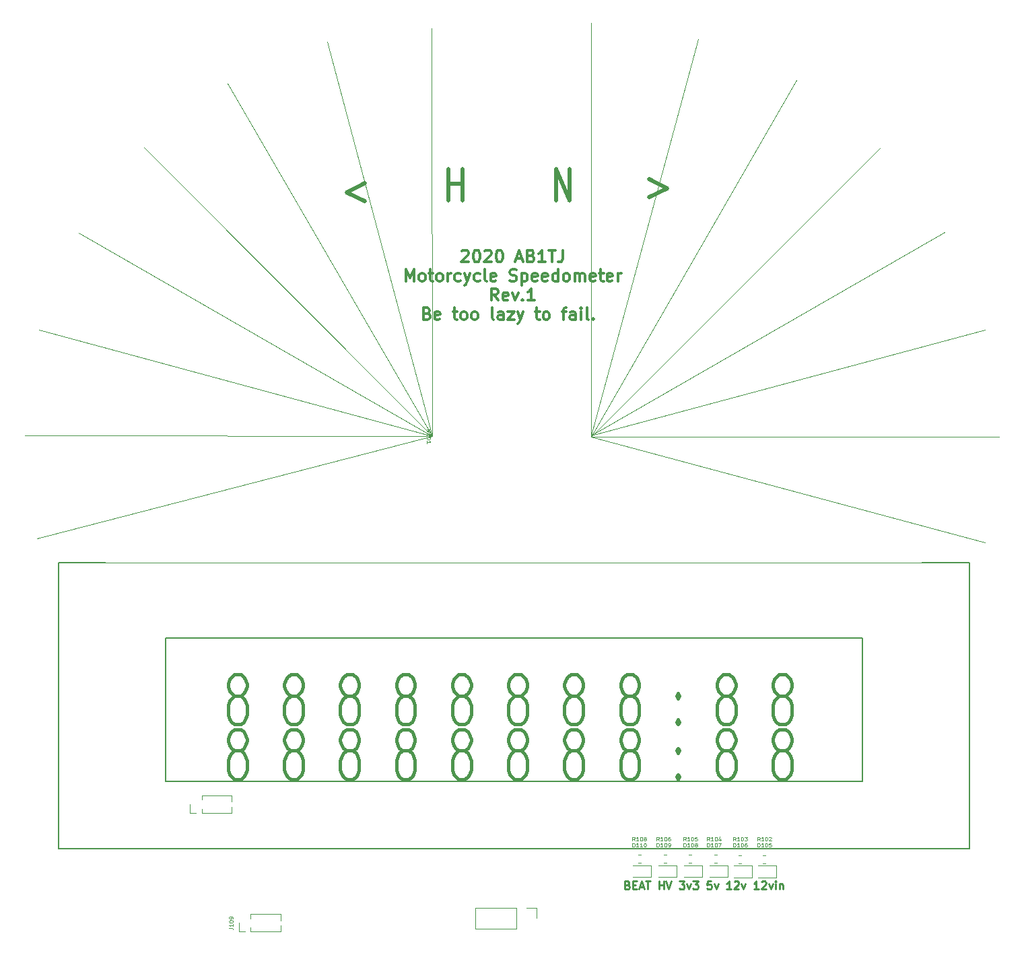
<source format=gto>
G04 #@! TF.GenerationSoftware,KiCad,Pcbnew,(5.99.0-3329-ga80190e20)*
G04 #@! TF.CreationDate,2020-09-20T16:31:59-04:00*
G04 #@! TF.ProjectId,MotorcycleSpeedo,4d6f746f-7263-4796-936c-655370656564,rev?*
G04 #@! TF.SameCoordinates,Original*
G04 #@! TF.FileFunction,Legend,Top*
G04 #@! TF.FilePolarity,Positive*
%FSLAX46Y46*%
G04 Gerber Fmt 4.6, Leading zero omitted, Abs format (unit mm)*
G04 Created by KiCad (PCBNEW (5.99.0-3329-ga80190e20)) date 2020-09-20 16:31:59*
%MOMM*%
%LPD*%
G01*
G04 APERTURE LIST*
%ADD10C,0.120000*%
%ADD11C,0.250000*%
%ADD12C,0.300000*%
%ADD13C,0.080000*%
%ADD14C,0.500000*%
%ADD15C,0.420000*%
%ADD16C,0.150000*%
G04 APERTURE END LIST*
D10*
X203850000Y-113373641D02*
X154110000Y-126280000D01*
X223860000Y-113430000D02*
X260260000Y-77030000D01*
X223860000Y-113330000D02*
X237260000Y-63430000D01*
X203850000Y-113373641D02*
X159360000Y-87780000D01*
X223860000Y-113330000D02*
X268260000Y-87730000D01*
X203850000Y-113373641D02*
X203792083Y-62059193D01*
X203850000Y-113378640D02*
X178110000Y-69030000D01*
X203850000Y-113378640D02*
X152610000Y-113280000D01*
X203850000Y-113378640D02*
X167610000Y-77030000D01*
X223860000Y-113430000D02*
X275160000Y-113430000D01*
X203850000Y-113373641D02*
X190610000Y-63780000D01*
X223860000Y-113430000D02*
X223860000Y-61430000D01*
X223860000Y-113430000D02*
X249660000Y-68630000D01*
X223860000Y-113330000D02*
X273360000Y-100030000D01*
X223860000Y-113430000D02*
X273360000Y-126730000D01*
X223860000Y-61430000D02*
X223860000Y-113430000D01*
X203850000Y-113373641D02*
X154360000Y-100030000D01*
D11*
X228402761Y-169854571D02*
X228545619Y-169902190D01*
X228593238Y-169949809D01*
X228640857Y-170045047D01*
X228640857Y-170187904D01*
X228593238Y-170283142D01*
X228545619Y-170330761D01*
X228450380Y-170378380D01*
X228069428Y-170378380D01*
X228069428Y-169378380D01*
X228402761Y-169378380D01*
X228498000Y-169426000D01*
X228545619Y-169473619D01*
X228593238Y-169568857D01*
X228593238Y-169664095D01*
X228545619Y-169759333D01*
X228498000Y-169806952D01*
X228402761Y-169854571D01*
X228069428Y-169854571D01*
X229069428Y-169854571D02*
X229402761Y-169854571D01*
X229545619Y-170378380D02*
X229069428Y-170378380D01*
X229069428Y-169378380D01*
X229545619Y-169378380D01*
X229926571Y-170092666D02*
X230402761Y-170092666D01*
X229831333Y-170378380D02*
X230164666Y-169378380D01*
X230498000Y-170378380D01*
X230688476Y-169378380D02*
X231259904Y-169378380D01*
X230974190Y-170378380D02*
X230974190Y-169378380D01*
X232355142Y-170378380D02*
X232355142Y-169378380D01*
X232355142Y-169854571D02*
X232926571Y-169854571D01*
X232926571Y-170378380D02*
X232926571Y-169378380D01*
X233259904Y-169378380D02*
X233593238Y-170378380D01*
X233926571Y-169378380D01*
X234926571Y-169378380D02*
X235545619Y-169378380D01*
X235212285Y-169759333D01*
X235355142Y-169759333D01*
X235450380Y-169806952D01*
X235498000Y-169854571D01*
X235545619Y-169949809D01*
X235545619Y-170187904D01*
X235498000Y-170283142D01*
X235450380Y-170330761D01*
X235355142Y-170378380D01*
X235069428Y-170378380D01*
X234974190Y-170330761D01*
X234926571Y-170283142D01*
X235878952Y-169711714D02*
X236117047Y-170378380D01*
X236355142Y-169711714D01*
X236640857Y-169378380D02*
X237259904Y-169378380D01*
X236926571Y-169759333D01*
X237069428Y-169759333D01*
X237164666Y-169806952D01*
X237212285Y-169854571D01*
X237259904Y-169949809D01*
X237259904Y-170187904D01*
X237212285Y-170283142D01*
X237164666Y-170330761D01*
X237069428Y-170378380D01*
X236783714Y-170378380D01*
X236688476Y-170330761D01*
X236640857Y-170283142D01*
X238926571Y-169378380D02*
X238450380Y-169378380D01*
X238402761Y-169854571D01*
X238450380Y-169806952D01*
X238545619Y-169759333D01*
X238783714Y-169759333D01*
X238878952Y-169806952D01*
X238926571Y-169854571D01*
X238974190Y-169949809D01*
X238974190Y-170187904D01*
X238926571Y-170283142D01*
X238878952Y-170330761D01*
X238783714Y-170378380D01*
X238545619Y-170378380D01*
X238450380Y-170330761D01*
X238402761Y-170283142D01*
X239307523Y-169711714D02*
X239545619Y-170378380D01*
X239783714Y-169711714D01*
X241450380Y-170378380D02*
X240878952Y-170378380D01*
X241164666Y-170378380D02*
X241164666Y-169378380D01*
X241069428Y-169521238D01*
X240974190Y-169616476D01*
X240878952Y-169664095D01*
X241831333Y-169473619D02*
X241878952Y-169426000D01*
X241974190Y-169378380D01*
X242212285Y-169378380D01*
X242307523Y-169426000D01*
X242355142Y-169473619D01*
X242402761Y-169568857D01*
X242402761Y-169664095D01*
X242355142Y-169806952D01*
X241783714Y-170378380D01*
X242402761Y-170378380D01*
X242736095Y-169711714D02*
X242974190Y-170378380D01*
X243212285Y-169711714D01*
X244878952Y-170378380D02*
X244307523Y-170378380D01*
X244593238Y-170378380D02*
X244593238Y-169378380D01*
X244498000Y-169521238D01*
X244402761Y-169616476D01*
X244307523Y-169664095D01*
X245259904Y-169473619D02*
X245307523Y-169426000D01*
X245402761Y-169378380D01*
X245640857Y-169378380D01*
X245736095Y-169426000D01*
X245783714Y-169473619D01*
X245831333Y-169568857D01*
X245831333Y-169664095D01*
X245783714Y-169806952D01*
X245212285Y-170378380D01*
X245831333Y-170378380D01*
X246164666Y-169711714D02*
X246402761Y-170378380D01*
X246640857Y-169711714D01*
X247021809Y-170378380D02*
X247021809Y-169711714D01*
X247021809Y-169378380D02*
X246974190Y-169426000D01*
X247021809Y-169473619D01*
X247069428Y-169426000D01*
X247021809Y-169378380D01*
X247021809Y-169473619D01*
X247498000Y-169711714D02*
X247498000Y-170378380D01*
X247498000Y-169806952D02*
X247545619Y-169759333D01*
X247640857Y-169711714D01*
X247783714Y-169711714D01*
X247878952Y-169759333D01*
X247926571Y-169854571D01*
X247926571Y-170378380D01*
D12*
X207567142Y-90128928D02*
X207638571Y-90057500D01*
X207781428Y-89986071D01*
X208138571Y-89986071D01*
X208281428Y-90057500D01*
X208352857Y-90128928D01*
X208424285Y-90271785D01*
X208424285Y-90414642D01*
X208352857Y-90628928D01*
X207495714Y-91486071D01*
X208424285Y-91486071D01*
X209352857Y-89986071D02*
X209495714Y-89986071D01*
X209638571Y-90057500D01*
X209710000Y-90128928D01*
X209781428Y-90271785D01*
X209852857Y-90557500D01*
X209852857Y-90914642D01*
X209781428Y-91200357D01*
X209710000Y-91343214D01*
X209638571Y-91414642D01*
X209495714Y-91486071D01*
X209352857Y-91486071D01*
X209210000Y-91414642D01*
X209138571Y-91343214D01*
X209067142Y-91200357D01*
X208995714Y-90914642D01*
X208995714Y-90557500D01*
X209067142Y-90271785D01*
X209138571Y-90128928D01*
X209210000Y-90057500D01*
X209352857Y-89986071D01*
X210424285Y-90128928D02*
X210495714Y-90057500D01*
X210638571Y-89986071D01*
X210995714Y-89986071D01*
X211138571Y-90057500D01*
X211210000Y-90128928D01*
X211281428Y-90271785D01*
X211281428Y-90414642D01*
X211210000Y-90628928D01*
X210352857Y-91486071D01*
X211281428Y-91486071D01*
X212210000Y-89986071D02*
X212352857Y-89986071D01*
X212495714Y-90057500D01*
X212567142Y-90128928D01*
X212638571Y-90271785D01*
X212710000Y-90557500D01*
X212710000Y-90914642D01*
X212638571Y-91200357D01*
X212567142Y-91343214D01*
X212495714Y-91414642D01*
X212352857Y-91486071D01*
X212210000Y-91486071D01*
X212067142Y-91414642D01*
X211995714Y-91343214D01*
X211924285Y-91200357D01*
X211852857Y-90914642D01*
X211852857Y-90557500D01*
X211924285Y-90271785D01*
X211995714Y-90128928D01*
X212067142Y-90057500D01*
X212210000Y-89986071D01*
X214424285Y-91057500D02*
X215138571Y-91057500D01*
X214281428Y-91486071D02*
X214781428Y-89986071D01*
X215281428Y-91486071D01*
X216281428Y-90700357D02*
X216495714Y-90771785D01*
X216567142Y-90843214D01*
X216638571Y-90986071D01*
X216638571Y-91200357D01*
X216567142Y-91343214D01*
X216495714Y-91414642D01*
X216352857Y-91486071D01*
X215781428Y-91486071D01*
X215781428Y-89986071D01*
X216281428Y-89986071D01*
X216424285Y-90057500D01*
X216495714Y-90128928D01*
X216567142Y-90271785D01*
X216567142Y-90414642D01*
X216495714Y-90557500D01*
X216424285Y-90628928D01*
X216281428Y-90700357D01*
X215781428Y-90700357D01*
X218067142Y-91486071D02*
X217210000Y-91486071D01*
X217638571Y-91486071D02*
X217638571Y-89986071D01*
X217495714Y-90200357D01*
X217352857Y-90343214D01*
X217210000Y-90414642D01*
X218495714Y-89986071D02*
X219352857Y-89986071D01*
X218924285Y-91486071D02*
X218924285Y-89986071D01*
X220281428Y-89986071D02*
X220281428Y-91057500D01*
X220210000Y-91271785D01*
X220067142Y-91414642D01*
X219852857Y-91486071D01*
X219710000Y-91486071D01*
X200531428Y-93901071D02*
X200531428Y-92401071D01*
X201031428Y-93472500D01*
X201531428Y-92401071D01*
X201531428Y-93901071D01*
X202460000Y-93901071D02*
X202317142Y-93829642D01*
X202245714Y-93758214D01*
X202174285Y-93615357D01*
X202174285Y-93186785D01*
X202245714Y-93043928D01*
X202317142Y-92972500D01*
X202460000Y-92901071D01*
X202674285Y-92901071D01*
X202817142Y-92972500D01*
X202888571Y-93043928D01*
X202960000Y-93186785D01*
X202960000Y-93615357D01*
X202888571Y-93758214D01*
X202817142Y-93829642D01*
X202674285Y-93901071D01*
X202460000Y-93901071D01*
X203388571Y-92901071D02*
X203960000Y-92901071D01*
X203602857Y-92401071D02*
X203602857Y-93686785D01*
X203674285Y-93829642D01*
X203817142Y-93901071D01*
X203960000Y-93901071D01*
X204674285Y-93901071D02*
X204531428Y-93829642D01*
X204460000Y-93758214D01*
X204388571Y-93615357D01*
X204388571Y-93186785D01*
X204460000Y-93043928D01*
X204531428Y-92972500D01*
X204674285Y-92901071D01*
X204888571Y-92901071D01*
X205031428Y-92972500D01*
X205102857Y-93043928D01*
X205174285Y-93186785D01*
X205174285Y-93615357D01*
X205102857Y-93758214D01*
X205031428Y-93829642D01*
X204888571Y-93901071D01*
X204674285Y-93901071D01*
X205817142Y-93901071D02*
X205817142Y-92901071D01*
X205817142Y-93186785D02*
X205888571Y-93043928D01*
X205960000Y-92972500D01*
X206102857Y-92901071D01*
X206245714Y-92901071D01*
X207388571Y-93829642D02*
X207245714Y-93901071D01*
X206960000Y-93901071D01*
X206817142Y-93829642D01*
X206745714Y-93758214D01*
X206674285Y-93615357D01*
X206674285Y-93186785D01*
X206745714Y-93043928D01*
X206817142Y-92972500D01*
X206960000Y-92901071D01*
X207245714Y-92901071D01*
X207388571Y-92972500D01*
X207888571Y-92901071D02*
X208245714Y-93901071D01*
X208602857Y-92901071D02*
X208245714Y-93901071D01*
X208102857Y-94258214D01*
X208031428Y-94329642D01*
X207888571Y-94401071D01*
X209817142Y-93829642D02*
X209674285Y-93901071D01*
X209388571Y-93901071D01*
X209245714Y-93829642D01*
X209174285Y-93758214D01*
X209102857Y-93615357D01*
X209102857Y-93186785D01*
X209174285Y-93043928D01*
X209245714Y-92972500D01*
X209388571Y-92901071D01*
X209674285Y-92901071D01*
X209817142Y-92972500D01*
X210674285Y-93901071D02*
X210531428Y-93829642D01*
X210460000Y-93686785D01*
X210460000Y-92401071D01*
X211817142Y-93829642D02*
X211674285Y-93901071D01*
X211388571Y-93901071D01*
X211245714Y-93829642D01*
X211174285Y-93686785D01*
X211174285Y-93115357D01*
X211245714Y-92972500D01*
X211388571Y-92901071D01*
X211674285Y-92901071D01*
X211817142Y-92972500D01*
X211888571Y-93115357D01*
X211888571Y-93258214D01*
X211174285Y-93401071D01*
X213602857Y-93829642D02*
X213817142Y-93901071D01*
X214174285Y-93901071D01*
X214317142Y-93829642D01*
X214388571Y-93758214D01*
X214460000Y-93615357D01*
X214460000Y-93472500D01*
X214388571Y-93329642D01*
X214317142Y-93258214D01*
X214174285Y-93186785D01*
X213888571Y-93115357D01*
X213745714Y-93043928D01*
X213674285Y-92972500D01*
X213602857Y-92829642D01*
X213602857Y-92686785D01*
X213674285Y-92543928D01*
X213745714Y-92472500D01*
X213888571Y-92401071D01*
X214245714Y-92401071D01*
X214460000Y-92472500D01*
X215102857Y-92901071D02*
X215102857Y-94401071D01*
X215102857Y-92972500D02*
X215245714Y-92901071D01*
X215531428Y-92901071D01*
X215674285Y-92972500D01*
X215745714Y-93043928D01*
X215817142Y-93186785D01*
X215817142Y-93615357D01*
X215745714Y-93758214D01*
X215674285Y-93829642D01*
X215531428Y-93901071D01*
X215245714Y-93901071D01*
X215102857Y-93829642D01*
X217031428Y-93829642D02*
X216888571Y-93901071D01*
X216602857Y-93901071D01*
X216460000Y-93829642D01*
X216388571Y-93686785D01*
X216388571Y-93115357D01*
X216460000Y-92972500D01*
X216602857Y-92901071D01*
X216888571Y-92901071D01*
X217031428Y-92972500D01*
X217102857Y-93115357D01*
X217102857Y-93258214D01*
X216388571Y-93401071D01*
X218317142Y-93829642D02*
X218174285Y-93901071D01*
X217888571Y-93901071D01*
X217745714Y-93829642D01*
X217674285Y-93686785D01*
X217674285Y-93115357D01*
X217745714Y-92972500D01*
X217888571Y-92901071D01*
X218174285Y-92901071D01*
X218317142Y-92972500D01*
X218388571Y-93115357D01*
X218388571Y-93258214D01*
X217674285Y-93401071D01*
X219674285Y-93901071D02*
X219674285Y-92401071D01*
X219674285Y-93829642D02*
X219531428Y-93901071D01*
X219245714Y-93901071D01*
X219102857Y-93829642D01*
X219031428Y-93758214D01*
X218960000Y-93615357D01*
X218960000Y-93186785D01*
X219031428Y-93043928D01*
X219102857Y-92972500D01*
X219245714Y-92901071D01*
X219531428Y-92901071D01*
X219674285Y-92972500D01*
X220602857Y-93901071D02*
X220460000Y-93829642D01*
X220388571Y-93758214D01*
X220317142Y-93615357D01*
X220317142Y-93186785D01*
X220388571Y-93043928D01*
X220460000Y-92972500D01*
X220602857Y-92901071D01*
X220817142Y-92901071D01*
X220960000Y-92972500D01*
X221031428Y-93043928D01*
X221102857Y-93186785D01*
X221102857Y-93615357D01*
X221031428Y-93758214D01*
X220960000Y-93829642D01*
X220817142Y-93901071D01*
X220602857Y-93901071D01*
X221745714Y-93901071D02*
X221745714Y-92901071D01*
X221745714Y-93043928D02*
X221817142Y-92972500D01*
X221960000Y-92901071D01*
X222174285Y-92901071D01*
X222317142Y-92972500D01*
X222388571Y-93115357D01*
X222388571Y-93901071D01*
X222388571Y-93115357D02*
X222460000Y-92972500D01*
X222602857Y-92901071D01*
X222817142Y-92901071D01*
X222960000Y-92972500D01*
X223031428Y-93115357D01*
X223031428Y-93901071D01*
X224317142Y-93829642D02*
X224174285Y-93901071D01*
X223888571Y-93901071D01*
X223745714Y-93829642D01*
X223674285Y-93686785D01*
X223674285Y-93115357D01*
X223745714Y-92972500D01*
X223888571Y-92901071D01*
X224174285Y-92901071D01*
X224317142Y-92972500D01*
X224388571Y-93115357D01*
X224388571Y-93258214D01*
X223674285Y-93401071D01*
X224817142Y-92901071D02*
X225388571Y-92901071D01*
X225031428Y-92401071D02*
X225031428Y-93686785D01*
X225102857Y-93829642D01*
X225245714Y-93901071D01*
X225388571Y-93901071D01*
X226460000Y-93829642D02*
X226317142Y-93901071D01*
X226031428Y-93901071D01*
X225888571Y-93829642D01*
X225817142Y-93686785D01*
X225817142Y-93115357D01*
X225888571Y-92972500D01*
X226031428Y-92901071D01*
X226317142Y-92901071D01*
X226460000Y-92972500D01*
X226531428Y-93115357D01*
X226531428Y-93258214D01*
X225817142Y-93401071D01*
X227174285Y-93901071D02*
X227174285Y-92901071D01*
X227174285Y-93186785D02*
X227245714Y-93043928D01*
X227317142Y-92972500D01*
X227460000Y-92901071D01*
X227602857Y-92901071D01*
X212138571Y-96316071D02*
X211638571Y-95601785D01*
X211281428Y-96316071D02*
X211281428Y-94816071D01*
X211852857Y-94816071D01*
X211995714Y-94887500D01*
X212067142Y-94958928D01*
X212138571Y-95101785D01*
X212138571Y-95316071D01*
X212067142Y-95458928D01*
X211995714Y-95530357D01*
X211852857Y-95601785D01*
X211281428Y-95601785D01*
X213352857Y-96244642D02*
X213210000Y-96316071D01*
X212924285Y-96316071D01*
X212781428Y-96244642D01*
X212710000Y-96101785D01*
X212710000Y-95530357D01*
X212781428Y-95387500D01*
X212924285Y-95316071D01*
X213210000Y-95316071D01*
X213352857Y-95387500D01*
X213424285Y-95530357D01*
X213424285Y-95673214D01*
X212710000Y-95816071D01*
X213924285Y-95316071D02*
X214281428Y-96316071D01*
X214638571Y-95316071D01*
X215210000Y-96173214D02*
X215281428Y-96244642D01*
X215210000Y-96316071D01*
X215138571Y-96244642D01*
X215210000Y-96173214D01*
X215210000Y-96316071D01*
X216710000Y-96316071D02*
X215852857Y-96316071D01*
X216281428Y-96316071D02*
X216281428Y-94816071D01*
X216138571Y-95030357D01*
X215995714Y-95173214D01*
X215852857Y-95244642D01*
X203210000Y-97945357D02*
X203424285Y-98016785D01*
X203495714Y-98088214D01*
X203567142Y-98231071D01*
X203567142Y-98445357D01*
X203495714Y-98588214D01*
X203424285Y-98659642D01*
X203281428Y-98731071D01*
X202710000Y-98731071D01*
X202710000Y-97231071D01*
X203210000Y-97231071D01*
X203352857Y-97302500D01*
X203424285Y-97373928D01*
X203495714Y-97516785D01*
X203495714Y-97659642D01*
X203424285Y-97802500D01*
X203352857Y-97873928D01*
X203210000Y-97945357D01*
X202710000Y-97945357D01*
X204781428Y-98659642D02*
X204638571Y-98731071D01*
X204352857Y-98731071D01*
X204210000Y-98659642D01*
X204138571Y-98516785D01*
X204138571Y-97945357D01*
X204210000Y-97802500D01*
X204352857Y-97731071D01*
X204638571Y-97731071D01*
X204781428Y-97802500D01*
X204852857Y-97945357D01*
X204852857Y-98088214D01*
X204138571Y-98231071D01*
X206424285Y-97731071D02*
X206995714Y-97731071D01*
X206638571Y-97231071D02*
X206638571Y-98516785D01*
X206710000Y-98659642D01*
X206852857Y-98731071D01*
X206995714Y-98731071D01*
X207710000Y-98731071D02*
X207567142Y-98659642D01*
X207495714Y-98588214D01*
X207424285Y-98445357D01*
X207424285Y-98016785D01*
X207495714Y-97873928D01*
X207567142Y-97802500D01*
X207710000Y-97731071D01*
X207924285Y-97731071D01*
X208067142Y-97802500D01*
X208138571Y-97873928D01*
X208210000Y-98016785D01*
X208210000Y-98445357D01*
X208138571Y-98588214D01*
X208067142Y-98659642D01*
X207924285Y-98731071D01*
X207710000Y-98731071D01*
X209067142Y-98731071D02*
X208924285Y-98659642D01*
X208852857Y-98588214D01*
X208781428Y-98445357D01*
X208781428Y-98016785D01*
X208852857Y-97873928D01*
X208924285Y-97802500D01*
X209067142Y-97731071D01*
X209281428Y-97731071D01*
X209424285Y-97802500D01*
X209495714Y-97873928D01*
X209567142Y-98016785D01*
X209567142Y-98445357D01*
X209495714Y-98588214D01*
X209424285Y-98659642D01*
X209281428Y-98731071D01*
X209067142Y-98731071D01*
X211567142Y-98731071D02*
X211424285Y-98659642D01*
X211352857Y-98516785D01*
X211352857Y-97231071D01*
X212781428Y-98731071D02*
X212781428Y-97945357D01*
X212710000Y-97802500D01*
X212567142Y-97731071D01*
X212281428Y-97731071D01*
X212138571Y-97802500D01*
X212781428Y-98659642D02*
X212638571Y-98731071D01*
X212281428Y-98731071D01*
X212138571Y-98659642D01*
X212067142Y-98516785D01*
X212067142Y-98373928D01*
X212138571Y-98231071D01*
X212281428Y-98159642D01*
X212638571Y-98159642D01*
X212781428Y-98088214D01*
X213352857Y-97731071D02*
X214138571Y-97731071D01*
X213352857Y-98731071D01*
X214138571Y-98731071D01*
X214567142Y-97731071D02*
X214924285Y-98731071D01*
X215281428Y-97731071D02*
X214924285Y-98731071D01*
X214781428Y-99088214D01*
X214710000Y-99159642D01*
X214567142Y-99231071D01*
X216781428Y-97731071D02*
X217352857Y-97731071D01*
X216995714Y-97231071D02*
X216995714Y-98516785D01*
X217067142Y-98659642D01*
X217210000Y-98731071D01*
X217352857Y-98731071D01*
X218067142Y-98731071D02*
X217924285Y-98659642D01*
X217852857Y-98588214D01*
X217781428Y-98445357D01*
X217781428Y-98016785D01*
X217852857Y-97873928D01*
X217924285Y-97802500D01*
X218067142Y-97731071D01*
X218281428Y-97731071D01*
X218424285Y-97802500D01*
X218495714Y-97873928D01*
X218567142Y-98016785D01*
X218567142Y-98445357D01*
X218495714Y-98588214D01*
X218424285Y-98659642D01*
X218281428Y-98731071D01*
X218067142Y-98731071D01*
X220138571Y-97731071D02*
X220710000Y-97731071D01*
X220352857Y-98731071D02*
X220352857Y-97445357D01*
X220424285Y-97302500D01*
X220567142Y-97231071D01*
X220710000Y-97231071D01*
X221852857Y-98731071D02*
X221852857Y-97945357D01*
X221781428Y-97802500D01*
X221638571Y-97731071D01*
X221352857Y-97731071D01*
X221210000Y-97802500D01*
X221852857Y-98659642D02*
X221710000Y-98731071D01*
X221352857Y-98731071D01*
X221210000Y-98659642D01*
X221138571Y-98516785D01*
X221138571Y-98373928D01*
X221210000Y-98231071D01*
X221352857Y-98159642D01*
X221710000Y-98159642D01*
X221852857Y-98088214D01*
X222567142Y-98731071D02*
X222567142Y-97731071D01*
X222567142Y-97231071D02*
X222495714Y-97302500D01*
X222567142Y-97373928D01*
X222638571Y-97302500D01*
X222567142Y-97231071D01*
X222567142Y-97373928D01*
X223495714Y-98731071D02*
X223352857Y-98659642D01*
X223281428Y-98516785D01*
X223281428Y-97231071D01*
X224067142Y-98588214D02*
X224138571Y-98659642D01*
X224067142Y-98731071D01*
X223995714Y-98659642D01*
X224067142Y-98588214D01*
X224067142Y-98731071D01*
D13*
X178291190Y-175272857D02*
X178648333Y-175272857D01*
X178719761Y-175296666D01*
X178767380Y-175344285D01*
X178791190Y-175415714D01*
X178791190Y-175463333D01*
X178791190Y-174772857D02*
X178791190Y-175058571D01*
X178791190Y-174915714D02*
X178291190Y-174915714D01*
X178362619Y-174963333D01*
X178410238Y-175010952D01*
X178434047Y-175058571D01*
X178291190Y-174463333D02*
X178291190Y-174415714D01*
X178315000Y-174368095D01*
X178338809Y-174344285D01*
X178386428Y-174320476D01*
X178481666Y-174296666D01*
X178600714Y-174296666D01*
X178695952Y-174320476D01*
X178743571Y-174344285D01*
X178767380Y-174368095D01*
X178791190Y-174415714D01*
X178791190Y-174463333D01*
X178767380Y-174510952D01*
X178743571Y-174534761D01*
X178695952Y-174558571D01*
X178600714Y-174582380D01*
X178481666Y-174582380D01*
X178386428Y-174558571D01*
X178338809Y-174534761D01*
X178315000Y-174510952D01*
X178291190Y-174463333D01*
X178791190Y-174058571D02*
X178791190Y-173963333D01*
X178767380Y-173915714D01*
X178743571Y-173891904D01*
X178672142Y-173844285D01*
X178576904Y-173820476D01*
X178386428Y-173820476D01*
X178338809Y-173844285D01*
X178315000Y-173868095D01*
X178291190Y-173915714D01*
X178291190Y-174010952D01*
X178315000Y-174058571D01*
X178338809Y-174082380D01*
X178386428Y-174106190D01*
X178505476Y-174106190D01*
X178553095Y-174082380D01*
X178576904Y-174058571D01*
X178600714Y-174010952D01*
X178600714Y-173915714D01*
X178576904Y-173868095D01*
X178553095Y-173844285D01*
X178505476Y-173820476D01*
D14*
X205902857Y-83739523D02*
X205902857Y-79739523D01*
X205902857Y-81644285D02*
X207617142Y-81644285D01*
X207617142Y-83739523D02*
X207617142Y-79739523D01*
X195402857Y-81572857D02*
X193117142Y-82715714D01*
X195402857Y-83858571D01*
X231117142Y-81072857D02*
X233402857Y-82215714D01*
X231117142Y-83358571D01*
D13*
X203123809Y-112497687D02*
X203623809Y-112497687D01*
X203266666Y-112664354D01*
X203623809Y-112831020D01*
X203123809Y-112831020D01*
X203123809Y-113331020D02*
X203123809Y-113045306D01*
X203123809Y-113188163D02*
X203623809Y-113188163D01*
X203552380Y-113140544D01*
X203504761Y-113092925D01*
X203480952Y-113045306D01*
X203623809Y-113640544D02*
X203623809Y-113688163D01*
X203600000Y-113735782D01*
X203576190Y-113759592D01*
X203528571Y-113783401D01*
X203433333Y-113807211D01*
X203314285Y-113807211D01*
X203219047Y-113783401D01*
X203171428Y-113759592D01*
X203147619Y-113735782D01*
X203123809Y-113688163D01*
X203123809Y-113640544D01*
X203147619Y-113592925D01*
X203171428Y-113569116D01*
X203219047Y-113545306D01*
X203314285Y-113521497D01*
X203433333Y-113521497D01*
X203528571Y-113545306D01*
X203576190Y-113569116D01*
X203600000Y-113592925D01*
X203623809Y-113640544D01*
X203123809Y-114283401D02*
X203123809Y-113997687D01*
X203123809Y-114140544D02*
X203623809Y-114140544D01*
X203552380Y-114092925D01*
X203504761Y-114045306D01*
X203480952Y-113997687D01*
D14*
X219402857Y-83739523D02*
X219402857Y-79739523D01*
X221117142Y-83739523D01*
X221117142Y-79739523D01*
D13*
X241716761Y-165072190D02*
X241716761Y-164572190D01*
X241835809Y-164572190D01*
X241907238Y-164596000D01*
X241954857Y-164643619D01*
X241978666Y-164691238D01*
X242002476Y-164786476D01*
X242002476Y-164857904D01*
X241978666Y-164953142D01*
X241954857Y-165000761D01*
X241907238Y-165048380D01*
X241835809Y-165072190D01*
X241716761Y-165072190D01*
X242478666Y-165072190D02*
X242192952Y-165072190D01*
X242335809Y-165072190D02*
X242335809Y-164572190D01*
X242288190Y-164643619D01*
X242240571Y-164691238D01*
X242192952Y-164715047D01*
X242788190Y-164572190D02*
X242835809Y-164572190D01*
X242883428Y-164596000D01*
X242907238Y-164619809D01*
X242931047Y-164667428D01*
X242954857Y-164762666D01*
X242954857Y-164881714D01*
X242931047Y-164976952D01*
X242907238Y-165024571D01*
X242883428Y-165048380D01*
X242835809Y-165072190D01*
X242788190Y-165072190D01*
X242740571Y-165048380D01*
X242716761Y-165024571D01*
X242692952Y-164976952D01*
X242669142Y-164881714D01*
X242669142Y-164762666D01*
X242692952Y-164667428D01*
X242716761Y-164619809D01*
X242740571Y-164596000D01*
X242788190Y-164572190D01*
X243383428Y-164572190D02*
X243288190Y-164572190D01*
X243240571Y-164596000D01*
X243216761Y-164619809D01*
X243169142Y-164691238D01*
X243145333Y-164786476D01*
X243145333Y-164976952D01*
X243169142Y-165024571D01*
X243192952Y-165048380D01*
X243240571Y-165072190D01*
X243335809Y-165072190D01*
X243383428Y-165048380D01*
X243407238Y-165024571D01*
X243431047Y-164976952D01*
X243431047Y-164857904D01*
X243407238Y-164810285D01*
X243383428Y-164786476D01*
X243335809Y-164762666D01*
X243240571Y-164762666D01*
X243192952Y-164786476D01*
X243169142Y-164810285D01*
X243145333Y-164857904D01*
X232358476Y-164310190D02*
X232191809Y-164072095D01*
X232072761Y-164310190D02*
X232072761Y-163810190D01*
X232263238Y-163810190D01*
X232310857Y-163834000D01*
X232334666Y-163857809D01*
X232358476Y-163905428D01*
X232358476Y-163976857D01*
X232334666Y-164024476D01*
X232310857Y-164048285D01*
X232263238Y-164072095D01*
X232072761Y-164072095D01*
X232834666Y-164310190D02*
X232548952Y-164310190D01*
X232691809Y-164310190D02*
X232691809Y-163810190D01*
X232644190Y-163881619D01*
X232596571Y-163929238D01*
X232548952Y-163953047D01*
X233144190Y-163810190D02*
X233191809Y-163810190D01*
X233239428Y-163834000D01*
X233263238Y-163857809D01*
X233287047Y-163905428D01*
X233310857Y-164000666D01*
X233310857Y-164119714D01*
X233287047Y-164214952D01*
X233263238Y-164262571D01*
X233239428Y-164286380D01*
X233191809Y-164310190D01*
X233144190Y-164310190D01*
X233096571Y-164286380D01*
X233072761Y-164262571D01*
X233048952Y-164214952D01*
X233025142Y-164119714D01*
X233025142Y-164000666D01*
X233048952Y-163905428D01*
X233072761Y-163857809D01*
X233096571Y-163834000D01*
X233144190Y-163810190D01*
X233739428Y-163810190D02*
X233644190Y-163810190D01*
X233596571Y-163834000D01*
X233572761Y-163857809D01*
X233525142Y-163929238D01*
X233501333Y-164024476D01*
X233501333Y-164214952D01*
X233525142Y-164262571D01*
X233548952Y-164286380D01*
X233596571Y-164310190D01*
X233691809Y-164310190D01*
X233739428Y-164286380D01*
X233763238Y-164262571D01*
X233787047Y-164214952D01*
X233787047Y-164095904D01*
X233763238Y-164048285D01*
X233739428Y-164024476D01*
X233691809Y-164000666D01*
X233596571Y-164000666D01*
X233548952Y-164024476D01*
X233525142Y-164048285D01*
X233501333Y-164095904D01*
D15*
X178972571Y-146062380D02*
X178581142Y-145763333D01*
X178385428Y-145464285D01*
X178189714Y-144866190D01*
X178189714Y-144567142D01*
X178385428Y-143969047D01*
X178581142Y-143670000D01*
X178972571Y-143370952D01*
X179755428Y-143370952D01*
X180146857Y-143670000D01*
X180342571Y-143969047D01*
X180538285Y-144567142D01*
X180538285Y-144866190D01*
X180342571Y-145464285D01*
X180146857Y-145763333D01*
X179755428Y-146062380D01*
X178972571Y-146062380D01*
X178581142Y-146361428D01*
X178385428Y-146660476D01*
X178189714Y-147258571D01*
X178189714Y-148454761D01*
X178385428Y-149052857D01*
X178581142Y-149351904D01*
X178972571Y-149650952D01*
X179755428Y-149650952D01*
X180146857Y-149351904D01*
X180342571Y-149052857D01*
X180538285Y-148454761D01*
X180538285Y-147258571D01*
X180342571Y-146660476D01*
X180146857Y-146361428D01*
X179755428Y-146062380D01*
X186018285Y-146062380D02*
X185626857Y-145763333D01*
X185431142Y-145464285D01*
X185235428Y-144866190D01*
X185235428Y-144567142D01*
X185431142Y-143969047D01*
X185626857Y-143670000D01*
X186018285Y-143370952D01*
X186801142Y-143370952D01*
X187192571Y-143670000D01*
X187388285Y-143969047D01*
X187584000Y-144567142D01*
X187584000Y-144866190D01*
X187388285Y-145464285D01*
X187192571Y-145763333D01*
X186801142Y-146062380D01*
X186018285Y-146062380D01*
X185626857Y-146361428D01*
X185431142Y-146660476D01*
X185235428Y-147258571D01*
X185235428Y-148454761D01*
X185431142Y-149052857D01*
X185626857Y-149351904D01*
X186018285Y-149650952D01*
X186801142Y-149650952D01*
X187192571Y-149351904D01*
X187388285Y-149052857D01*
X187584000Y-148454761D01*
X187584000Y-147258571D01*
X187388285Y-146660476D01*
X187192571Y-146361428D01*
X186801142Y-146062380D01*
X193064000Y-146062380D02*
X192672571Y-145763333D01*
X192476857Y-145464285D01*
X192281142Y-144866190D01*
X192281142Y-144567142D01*
X192476857Y-143969047D01*
X192672571Y-143670000D01*
X193064000Y-143370952D01*
X193846857Y-143370952D01*
X194238285Y-143670000D01*
X194434000Y-143969047D01*
X194629714Y-144567142D01*
X194629714Y-144866190D01*
X194434000Y-145464285D01*
X194238285Y-145763333D01*
X193846857Y-146062380D01*
X193064000Y-146062380D01*
X192672571Y-146361428D01*
X192476857Y-146660476D01*
X192281142Y-147258571D01*
X192281142Y-148454761D01*
X192476857Y-149052857D01*
X192672571Y-149351904D01*
X193064000Y-149650952D01*
X193846857Y-149650952D01*
X194238285Y-149351904D01*
X194434000Y-149052857D01*
X194629714Y-148454761D01*
X194629714Y-147258571D01*
X194434000Y-146660476D01*
X194238285Y-146361428D01*
X193846857Y-146062380D01*
X200109714Y-146062380D02*
X199718285Y-145763333D01*
X199522571Y-145464285D01*
X199326857Y-144866190D01*
X199326857Y-144567142D01*
X199522571Y-143969047D01*
X199718285Y-143670000D01*
X200109714Y-143370952D01*
X200892571Y-143370952D01*
X201284000Y-143670000D01*
X201479714Y-143969047D01*
X201675428Y-144567142D01*
X201675428Y-144866190D01*
X201479714Y-145464285D01*
X201284000Y-145763333D01*
X200892571Y-146062380D01*
X200109714Y-146062380D01*
X199718285Y-146361428D01*
X199522571Y-146660476D01*
X199326857Y-147258571D01*
X199326857Y-148454761D01*
X199522571Y-149052857D01*
X199718285Y-149351904D01*
X200109714Y-149650952D01*
X200892571Y-149650952D01*
X201284000Y-149351904D01*
X201479714Y-149052857D01*
X201675428Y-148454761D01*
X201675428Y-147258571D01*
X201479714Y-146660476D01*
X201284000Y-146361428D01*
X200892571Y-146062380D01*
X207155428Y-146062380D02*
X206764000Y-145763333D01*
X206568285Y-145464285D01*
X206372571Y-144866190D01*
X206372571Y-144567142D01*
X206568285Y-143969047D01*
X206764000Y-143670000D01*
X207155428Y-143370952D01*
X207938285Y-143370952D01*
X208329714Y-143670000D01*
X208525428Y-143969047D01*
X208721142Y-144567142D01*
X208721142Y-144866190D01*
X208525428Y-145464285D01*
X208329714Y-145763333D01*
X207938285Y-146062380D01*
X207155428Y-146062380D01*
X206764000Y-146361428D01*
X206568285Y-146660476D01*
X206372571Y-147258571D01*
X206372571Y-148454761D01*
X206568285Y-149052857D01*
X206764000Y-149351904D01*
X207155428Y-149650952D01*
X207938285Y-149650952D01*
X208329714Y-149351904D01*
X208525428Y-149052857D01*
X208721142Y-148454761D01*
X208721142Y-147258571D01*
X208525428Y-146660476D01*
X208329714Y-146361428D01*
X207938285Y-146062380D01*
X214201142Y-146062380D02*
X213809714Y-145763333D01*
X213614000Y-145464285D01*
X213418285Y-144866190D01*
X213418285Y-144567142D01*
X213614000Y-143969047D01*
X213809714Y-143670000D01*
X214201142Y-143370952D01*
X214984000Y-143370952D01*
X215375428Y-143670000D01*
X215571142Y-143969047D01*
X215766857Y-144567142D01*
X215766857Y-144866190D01*
X215571142Y-145464285D01*
X215375428Y-145763333D01*
X214984000Y-146062380D01*
X214201142Y-146062380D01*
X213809714Y-146361428D01*
X213614000Y-146660476D01*
X213418285Y-147258571D01*
X213418285Y-148454761D01*
X213614000Y-149052857D01*
X213809714Y-149351904D01*
X214201142Y-149650952D01*
X214984000Y-149650952D01*
X215375428Y-149351904D01*
X215571142Y-149052857D01*
X215766857Y-148454761D01*
X215766857Y-147258571D01*
X215571142Y-146660476D01*
X215375428Y-146361428D01*
X214984000Y-146062380D01*
X221246857Y-146062380D02*
X220855428Y-145763333D01*
X220659714Y-145464285D01*
X220464000Y-144866190D01*
X220464000Y-144567142D01*
X220659714Y-143969047D01*
X220855428Y-143670000D01*
X221246857Y-143370952D01*
X222029714Y-143370952D01*
X222421142Y-143670000D01*
X222616857Y-143969047D01*
X222812571Y-144567142D01*
X222812571Y-144866190D01*
X222616857Y-145464285D01*
X222421142Y-145763333D01*
X222029714Y-146062380D01*
X221246857Y-146062380D01*
X220855428Y-146361428D01*
X220659714Y-146660476D01*
X220464000Y-147258571D01*
X220464000Y-148454761D01*
X220659714Y-149052857D01*
X220855428Y-149351904D01*
X221246857Y-149650952D01*
X222029714Y-149650952D01*
X222421142Y-149351904D01*
X222616857Y-149052857D01*
X222812571Y-148454761D01*
X222812571Y-147258571D01*
X222616857Y-146660476D01*
X222421142Y-146361428D01*
X222029714Y-146062380D01*
X228292571Y-146062380D02*
X227901142Y-145763333D01*
X227705428Y-145464285D01*
X227509714Y-144866190D01*
X227509714Y-144567142D01*
X227705428Y-143969047D01*
X227901142Y-143670000D01*
X228292571Y-143370952D01*
X229075428Y-143370952D01*
X229466857Y-143670000D01*
X229662571Y-143969047D01*
X229858285Y-144567142D01*
X229858285Y-144866190D01*
X229662571Y-145464285D01*
X229466857Y-145763333D01*
X229075428Y-146062380D01*
X228292571Y-146062380D01*
X227901142Y-146361428D01*
X227705428Y-146660476D01*
X227509714Y-147258571D01*
X227509714Y-148454761D01*
X227705428Y-149052857D01*
X227901142Y-149351904D01*
X228292571Y-149650952D01*
X229075428Y-149650952D01*
X229466857Y-149351904D01*
X229662571Y-149052857D01*
X229858285Y-148454761D01*
X229858285Y-147258571D01*
X229662571Y-146660476D01*
X229466857Y-146361428D01*
X229075428Y-146062380D01*
X234751142Y-149052857D02*
X234946857Y-149351904D01*
X234751142Y-149650952D01*
X234555428Y-149351904D01*
X234751142Y-149052857D01*
X234751142Y-149650952D01*
X234751142Y-145763333D02*
X234946857Y-146062380D01*
X234751142Y-146361428D01*
X234555428Y-146062380D01*
X234751142Y-145763333D01*
X234751142Y-146361428D01*
X240426857Y-146062380D02*
X240035428Y-145763333D01*
X239839714Y-145464285D01*
X239644000Y-144866190D01*
X239644000Y-144567142D01*
X239839714Y-143969047D01*
X240035428Y-143670000D01*
X240426857Y-143370952D01*
X241209714Y-143370952D01*
X241601142Y-143670000D01*
X241796857Y-143969047D01*
X241992571Y-144567142D01*
X241992571Y-144866190D01*
X241796857Y-145464285D01*
X241601142Y-145763333D01*
X241209714Y-146062380D01*
X240426857Y-146062380D01*
X240035428Y-146361428D01*
X239839714Y-146660476D01*
X239644000Y-147258571D01*
X239644000Y-148454761D01*
X239839714Y-149052857D01*
X240035428Y-149351904D01*
X240426857Y-149650952D01*
X241209714Y-149650952D01*
X241601142Y-149351904D01*
X241796857Y-149052857D01*
X241992571Y-148454761D01*
X241992571Y-147258571D01*
X241796857Y-146660476D01*
X241601142Y-146361428D01*
X241209714Y-146062380D01*
X247472571Y-146062380D02*
X247081142Y-145763333D01*
X246885428Y-145464285D01*
X246689714Y-144866190D01*
X246689714Y-144567142D01*
X246885428Y-143969047D01*
X247081142Y-143670000D01*
X247472571Y-143370952D01*
X248255428Y-143370952D01*
X248646857Y-143670000D01*
X248842571Y-143969047D01*
X249038285Y-144567142D01*
X249038285Y-144866190D01*
X248842571Y-145464285D01*
X248646857Y-145763333D01*
X248255428Y-146062380D01*
X247472571Y-146062380D01*
X247081142Y-146361428D01*
X246885428Y-146660476D01*
X246689714Y-147258571D01*
X246689714Y-148454761D01*
X246885428Y-149052857D01*
X247081142Y-149351904D01*
X247472571Y-149650952D01*
X248255428Y-149650952D01*
X248646857Y-149351904D01*
X248842571Y-149052857D01*
X249038285Y-148454761D01*
X249038285Y-147258571D01*
X248842571Y-146660476D01*
X248646857Y-146361428D01*
X248255428Y-146062380D01*
X178972571Y-152962380D02*
X178581142Y-152663333D01*
X178385428Y-152364285D01*
X178189714Y-151766190D01*
X178189714Y-151467142D01*
X178385428Y-150869047D01*
X178581142Y-150570000D01*
X178972571Y-150270952D01*
X179755428Y-150270952D01*
X180146857Y-150570000D01*
X180342571Y-150869047D01*
X180538285Y-151467142D01*
X180538285Y-151766190D01*
X180342571Y-152364285D01*
X180146857Y-152663333D01*
X179755428Y-152962380D01*
X178972571Y-152962380D01*
X178581142Y-153261428D01*
X178385428Y-153560476D01*
X178189714Y-154158571D01*
X178189714Y-155354761D01*
X178385428Y-155952857D01*
X178581142Y-156251904D01*
X178972571Y-156550952D01*
X179755428Y-156550952D01*
X180146857Y-156251904D01*
X180342571Y-155952857D01*
X180538285Y-155354761D01*
X180538285Y-154158571D01*
X180342571Y-153560476D01*
X180146857Y-153261428D01*
X179755428Y-152962380D01*
X186018285Y-152962380D02*
X185626857Y-152663333D01*
X185431142Y-152364285D01*
X185235428Y-151766190D01*
X185235428Y-151467142D01*
X185431142Y-150869047D01*
X185626857Y-150570000D01*
X186018285Y-150270952D01*
X186801142Y-150270952D01*
X187192571Y-150570000D01*
X187388285Y-150869047D01*
X187584000Y-151467142D01*
X187584000Y-151766190D01*
X187388285Y-152364285D01*
X187192571Y-152663333D01*
X186801142Y-152962380D01*
X186018285Y-152962380D01*
X185626857Y-153261428D01*
X185431142Y-153560476D01*
X185235428Y-154158571D01*
X185235428Y-155354761D01*
X185431142Y-155952857D01*
X185626857Y-156251904D01*
X186018285Y-156550952D01*
X186801142Y-156550952D01*
X187192571Y-156251904D01*
X187388285Y-155952857D01*
X187584000Y-155354761D01*
X187584000Y-154158571D01*
X187388285Y-153560476D01*
X187192571Y-153261428D01*
X186801142Y-152962380D01*
X193064000Y-152962380D02*
X192672571Y-152663333D01*
X192476857Y-152364285D01*
X192281142Y-151766190D01*
X192281142Y-151467142D01*
X192476857Y-150869047D01*
X192672571Y-150570000D01*
X193064000Y-150270952D01*
X193846857Y-150270952D01*
X194238285Y-150570000D01*
X194434000Y-150869047D01*
X194629714Y-151467142D01*
X194629714Y-151766190D01*
X194434000Y-152364285D01*
X194238285Y-152663333D01*
X193846857Y-152962380D01*
X193064000Y-152962380D01*
X192672571Y-153261428D01*
X192476857Y-153560476D01*
X192281142Y-154158571D01*
X192281142Y-155354761D01*
X192476857Y-155952857D01*
X192672571Y-156251904D01*
X193064000Y-156550952D01*
X193846857Y-156550952D01*
X194238285Y-156251904D01*
X194434000Y-155952857D01*
X194629714Y-155354761D01*
X194629714Y-154158571D01*
X194434000Y-153560476D01*
X194238285Y-153261428D01*
X193846857Y-152962380D01*
X200109714Y-152962380D02*
X199718285Y-152663333D01*
X199522571Y-152364285D01*
X199326857Y-151766190D01*
X199326857Y-151467142D01*
X199522571Y-150869047D01*
X199718285Y-150570000D01*
X200109714Y-150270952D01*
X200892571Y-150270952D01*
X201284000Y-150570000D01*
X201479714Y-150869047D01*
X201675428Y-151467142D01*
X201675428Y-151766190D01*
X201479714Y-152364285D01*
X201284000Y-152663333D01*
X200892571Y-152962380D01*
X200109714Y-152962380D01*
X199718285Y-153261428D01*
X199522571Y-153560476D01*
X199326857Y-154158571D01*
X199326857Y-155354761D01*
X199522571Y-155952857D01*
X199718285Y-156251904D01*
X200109714Y-156550952D01*
X200892571Y-156550952D01*
X201284000Y-156251904D01*
X201479714Y-155952857D01*
X201675428Y-155354761D01*
X201675428Y-154158571D01*
X201479714Y-153560476D01*
X201284000Y-153261428D01*
X200892571Y-152962380D01*
X207155428Y-152962380D02*
X206764000Y-152663333D01*
X206568285Y-152364285D01*
X206372571Y-151766190D01*
X206372571Y-151467142D01*
X206568285Y-150869047D01*
X206764000Y-150570000D01*
X207155428Y-150270952D01*
X207938285Y-150270952D01*
X208329714Y-150570000D01*
X208525428Y-150869047D01*
X208721142Y-151467142D01*
X208721142Y-151766190D01*
X208525428Y-152364285D01*
X208329714Y-152663333D01*
X207938285Y-152962380D01*
X207155428Y-152962380D01*
X206764000Y-153261428D01*
X206568285Y-153560476D01*
X206372571Y-154158571D01*
X206372571Y-155354761D01*
X206568285Y-155952857D01*
X206764000Y-156251904D01*
X207155428Y-156550952D01*
X207938285Y-156550952D01*
X208329714Y-156251904D01*
X208525428Y-155952857D01*
X208721142Y-155354761D01*
X208721142Y-154158571D01*
X208525428Y-153560476D01*
X208329714Y-153261428D01*
X207938285Y-152962380D01*
X214201142Y-152962380D02*
X213809714Y-152663333D01*
X213614000Y-152364285D01*
X213418285Y-151766190D01*
X213418285Y-151467142D01*
X213614000Y-150869047D01*
X213809714Y-150570000D01*
X214201142Y-150270952D01*
X214984000Y-150270952D01*
X215375428Y-150570000D01*
X215571142Y-150869047D01*
X215766857Y-151467142D01*
X215766857Y-151766190D01*
X215571142Y-152364285D01*
X215375428Y-152663333D01*
X214984000Y-152962380D01*
X214201142Y-152962380D01*
X213809714Y-153261428D01*
X213614000Y-153560476D01*
X213418285Y-154158571D01*
X213418285Y-155354761D01*
X213614000Y-155952857D01*
X213809714Y-156251904D01*
X214201142Y-156550952D01*
X214984000Y-156550952D01*
X215375428Y-156251904D01*
X215571142Y-155952857D01*
X215766857Y-155354761D01*
X215766857Y-154158571D01*
X215571142Y-153560476D01*
X215375428Y-153261428D01*
X214984000Y-152962380D01*
X221246857Y-152962380D02*
X220855428Y-152663333D01*
X220659714Y-152364285D01*
X220464000Y-151766190D01*
X220464000Y-151467142D01*
X220659714Y-150869047D01*
X220855428Y-150570000D01*
X221246857Y-150270952D01*
X222029714Y-150270952D01*
X222421142Y-150570000D01*
X222616857Y-150869047D01*
X222812571Y-151467142D01*
X222812571Y-151766190D01*
X222616857Y-152364285D01*
X222421142Y-152663333D01*
X222029714Y-152962380D01*
X221246857Y-152962380D01*
X220855428Y-153261428D01*
X220659714Y-153560476D01*
X220464000Y-154158571D01*
X220464000Y-155354761D01*
X220659714Y-155952857D01*
X220855428Y-156251904D01*
X221246857Y-156550952D01*
X222029714Y-156550952D01*
X222421142Y-156251904D01*
X222616857Y-155952857D01*
X222812571Y-155354761D01*
X222812571Y-154158571D01*
X222616857Y-153560476D01*
X222421142Y-153261428D01*
X222029714Y-152962380D01*
X228292571Y-152962380D02*
X227901142Y-152663333D01*
X227705428Y-152364285D01*
X227509714Y-151766190D01*
X227509714Y-151467142D01*
X227705428Y-150869047D01*
X227901142Y-150570000D01*
X228292571Y-150270952D01*
X229075428Y-150270952D01*
X229466857Y-150570000D01*
X229662571Y-150869047D01*
X229858285Y-151467142D01*
X229858285Y-151766190D01*
X229662571Y-152364285D01*
X229466857Y-152663333D01*
X229075428Y-152962380D01*
X228292571Y-152962380D01*
X227901142Y-153261428D01*
X227705428Y-153560476D01*
X227509714Y-154158571D01*
X227509714Y-155354761D01*
X227705428Y-155952857D01*
X227901142Y-156251904D01*
X228292571Y-156550952D01*
X229075428Y-156550952D01*
X229466857Y-156251904D01*
X229662571Y-155952857D01*
X229858285Y-155354761D01*
X229858285Y-154158571D01*
X229662571Y-153560476D01*
X229466857Y-153261428D01*
X229075428Y-152962380D01*
X234751142Y-155952857D02*
X234946857Y-156251904D01*
X234751142Y-156550952D01*
X234555428Y-156251904D01*
X234751142Y-155952857D01*
X234751142Y-156550952D01*
X234751142Y-152663333D02*
X234946857Y-152962380D01*
X234751142Y-153261428D01*
X234555428Y-152962380D01*
X234751142Y-152663333D01*
X234751142Y-153261428D01*
X240426857Y-152962380D02*
X240035428Y-152663333D01*
X239839714Y-152364285D01*
X239644000Y-151766190D01*
X239644000Y-151467142D01*
X239839714Y-150869047D01*
X240035428Y-150570000D01*
X240426857Y-150270952D01*
X241209714Y-150270952D01*
X241601142Y-150570000D01*
X241796857Y-150869047D01*
X241992571Y-151467142D01*
X241992571Y-151766190D01*
X241796857Y-152364285D01*
X241601142Y-152663333D01*
X241209714Y-152962380D01*
X240426857Y-152962380D01*
X240035428Y-153261428D01*
X239839714Y-153560476D01*
X239644000Y-154158571D01*
X239644000Y-155354761D01*
X239839714Y-155952857D01*
X240035428Y-156251904D01*
X240426857Y-156550952D01*
X241209714Y-156550952D01*
X241601142Y-156251904D01*
X241796857Y-155952857D01*
X241992571Y-155354761D01*
X241992571Y-154158571D01*
X241796857Y-153560476D01*
X241601142Y-153261428D01*
X241209714Y-152962380D01*
X247472571Y-152962380D02*
X247081142Y-152663333D01*
X246885428Y-152364285D01*
X246689714Y-151766190D01*
X246689714Y-151467142D01*
X246885428Y-150869047D01*
X247081142Y-150570000D01*
X247472571Y-150270952D01*
X248255428Y-150270952D01*
X248646857Y-150570000D01*
X248842571Y-150869047D01*
X249038285Y-151467142D01*
X249038285Y-151766190D01*
X248842571Y-152364285D01*
X248646857Y-152663333D01*
X248255428Y-152962380D01*
X247472571Y-152962380D01*
X247081142Y-153261428D01*
X246885428Y-153560476D01*
X246689714Y-154158571D01*
X246689714Y-155354761D01*
X246885428Y-155952857D01*
X247081142Y-156251904D01*
X247472571Y-156550952D01*
X248255428Y-156550952D01*
X248646857Y-156251904D01*
X248842571Y-155952857D01*
X249038285Y-155354761D01*
X249038285Y-154158571D01*
X248842571Y-153560476D01*
X248646857Y-153261428D01*
X248255428Y-152962380D01*
D13*
X235740476Y-164310190D02*
X235573809Y-164072095D01*
X235454761Y-164310190D02*
X235454761Y-163810190D01*
X235645238Y-163810190D01*
X235692857Y-163834000D01*
X235716666Y-163857809D01*
X235740476Y-163905428D01*
X235740476Y-163976857D01*
X235716666Y-164024476D01*
X235692857Y-164048285D01*
X235645238Y-164072095D01*
X235454761Y-164072095D01*
X236216666Y-164310190D02*
X235930952Y-164310190D01*
X236073809Y-164310190D02*
X236073809Y-163810190D01*
X236026190Y-163881619D01*
X235978571Y-163929238D01*
X235930952Y-163953047D01*
X236526190Y-163810190D02*
X236573809Y-163810190D01*
X236621428Y-163834000D01*
X236645238Y-163857809D01*
X236669047Y-163905428D01*
X236692857Y-164000666D01*
X236692857Y-164119714D01*
X236669047Y-164214952D01*
X236645238Y-164262571D01*
X236621428Y-164286380D01*
X236573809Y-164310190D01*
X236526190Y-164310190D01*
X236478571Y-164286380D01*
X236454761Y-164262571D01*
X236430952Y-164214952D01*
X236407142Y-164119714D01*
X236407142Y-164000666D01*
X236430952Y-163905428D01*
X236454761Y-163857809D01*
X236478571Y-163834000D01*
X236526190Y-163810190D01*
X237145238Y-163810190D02*
X236907142Y-163810190D01*
X236883333Y-164048285D01*
X236907142Y-164024476D01*
X236954761Y-164000666D01*
X237073809Y-164000666D01*
X237121428Y-164024476D01*
X237145238Y-164048285D01*
X237169047Y-164095904D01*
X237169047Y-164214952D01*
X237145238Y-164262571D01*
X237121428Y-164286380D01*
X237073809Y-164310190D01*
X236954761Y-164310190D01*
X236907142Y-164286380D01*
X236883333Y-164262571D01*
X232072761Y-165072190D02*
X232072761Y-164572190D01*
X232191809Y-164572190D01*
X232263238Y-164596000D01*
X232310857Y-164643619D01*
X232334666Y-164691238D01*
X232358476Y-164786476D01*
X232358476Y-164857904D01*
X232334666Y-164953142D01*
X232310857Y-165000761D01*
X232263238Y-165048380D01*
X232191809Y-165072190D01*
X232072761Y-165072190D01*
X232834666Y-165072190D02*
X232548952Y-165072190D01*
X232691809Y-165072190D02*
X232691809Y-164572190D01*
X232644190Y-164643619D01*
X232596571Y-164691238D01*
X232548952Y-164715047D01*
X233144190Y-164572190D02*
X233191809Y-164572190D01*
X233239428Y-164596000D01*
X233263238Y-164619809D01*
X233287047Y-164667428D01*
X233310857Y-164762666D01*
X233310857Y-164881714D01*
X233287047Y-164976952D01*
X233263238Y-165024571D01*
X233239428Y-165048380D01*
X233191809Y-165072190D01*
X233144190Y-165072190D01*
X233096571Y-165048380D01*
X233072761Y-165024571D01*
X233048952Y-164976952D01*
X233025142Y-164881714D01*
X233025142Y-164762666D01*
X233048952Y-164667428D01*
X233072761Y-164619809D01*
X233096571Y-164596000D01*
X233144190Y-164572190D01*
X233548952Y-165072190D02*
X233644190Y-165072190D01*
X233691809Y-165048380D01*
X233715619Y-165024571D01*
X233763238Y-164953142D01*
X233787047Y-164857904D01*
X233787047Y-164667428D01*
X233763238Y-164619809D01*
X233739428Y-164596000D01*
X233691809Y-164572190D01*
X233596571Y-164572190D01*
X233548952Y-164596000D01*
X233525142Y-164619809D01*
X233501333Y-164667428D01*
X233501333Y-164786476D01*
X233525142Y-164834095D01*
X233548952Y-164857904D01*
X233596571Y-164881714D01*
X233691809Y-164881714D01*
X233739428Y-164857904D01*
X233763238Y-164834095D01*
X233787047Y-164786476D01*
X229310476Y-164310190D02*
X229143809Y-164072095D01*
X229024761Y-164310190D02*
X229024761Y-163810190D01*
X229215238Y-163810190D01*
X229262857Y-163834000D01*
X229286666Y-163857809D01*
X229310476Y-163905428D01*
X229310476Y-163976857D01*
X229286666Y-164024476D01*
X229262857Y-164048285D01*
X229215238Y-164072095D01*
X229024761Y-164072095D01*
X229786666Y-164310190D02*
X229500952Y-164310190D01*
X229643809Y-164310190D02*
X229643809Y-163810190D01*
X229596190Y-163881619D01*
X229548571Y-163929238D01*
X229500952Y-163953047D01*
X230096190Y-163810190D02*
X230143809Y-163810190D01*
X230191428Y-163834000D01*
X230215238Y-163857809D01*
X230239047Y-163905428D01*
X230262857Y-164000666D01*
X230262857Y-164119714D01*
X230239047Y-164214952D01*
X230215238Y-164262571D01*
X230191428Y-164286380D01*
X230143809Y-164310190D01*
X230096190Y-164310190D01*
X230048571Y-164286380D01*
X230024761Y-164262571D01*
X230000952Y-164214952D01*
X229977142Y-164119714D01*
X229977142Y-164000666D01*
X230000952Y-163905428D01*
X230024761Y-163857809D01*
X230048571Y-163834000D01*
X230096190Y-163810190D01*
X230548571Y-164024476D02*
X230500952Y-164000666D01*
X230477142Y-163976857D01*
X230453333Y-163929238D01*
X230453333Y-163905428D01*
X230477142Y-163857809D01*
X230500952Y-163834000D01*
X230548571Y-163810190D01*
X230643809Y-163810190D01*
X230691428Y-163834000D01*
X230715238Y-163857809D01*
X230739047Y-163905428D01*
X230739047Y-163929238D01*
X230715238Y-163976857D01*
X230691428Y-164000666D01*
X230643809Y-164024476D01*
X230548571Y-164024476D01*
X230500952Y-164048285D01*
X230477142Y-164072095D01*
X230453333Y-164119714D01*
X230453333Y-164214952D01*
X230477142Y-164262571D01*
X230500952Y-164286380D01*
X230548571Y-164310190D01*
X230643809Y-164310190D01*
X230691428Y-164286380D01*
X230715238Y-164262571D01*
X230739047Y-164214952D01*
X230739047Y-164119714D01*
X230715238Y-164072095D01*
X230691428Y-164048285D01*
X230643809Y-164024476D01*
X245050476Y-164310190D02*
X244883809Y-164072095D01*
X244764761Y-164310190D02*
X244764761Y-163810190D01*
X244955238Y-163810190D01*
X245002857Y-163834000D01*
X245026666Y-163857809D01*
X245050476Y-163905428D01*
X245050476Y-163976857D01*
X245026666Y-164024476D01*
X245002857Y-164048285D01*
X244955238Y-164072095D01*
X244764761Y-164072095D01*
X245526666Y-164310190D02*
X245240952Y-164310190D01*
X245383809Y-164310190D02*
X245383809Y-163810190D01*
X245336190Y-163881619D01*
X245288571Y-163929238D01*
X245240952Y-163953047D01*
X245836190Y-163810190D02*
X245883809Y-163810190D01*
X245931428Y-163834000D01*
X245955238Y-163857809D01*
X245979047Y-163905428D01*
X246002857Y-164000666D01*
X246002857Y-164119714D01*
X245979047Y-164214952D01*
X245955238Y-164262571D01*
X245931428Y-164286380D01*
X245883809Y-164310190D01*
X245836190Y-164310190D01*
X245788571Y-164286380D01*
X245764761Y-164262571D01*
X245740952Y-164214952D01*
X245717142Y-164119714D01*
X245717142Y-164000666D01*
X245740952Y-163905428D01*
X245764761Y-163857809D01*
X245788571Y-163834000D01*
X245836190Y-163810190D01*
X246193333Y-163857809D02*
X246217142Y-163834000D01*
X246264761Y-163810190D01*
X246383809Y-163810190D01*
X246431428Y-163834000D01*
X246455238Y-163857809D01*
X246479047Y-163905428D01*
X246479047Y-163953047D01*
X246455238Y-164024476D01*
X246169523Y-164310190D01*
X246479047Y-164310190D01*
X238422761Y-165072190D02*
X238422761Y-164572190D01*
X238541809Y-164572190D01*
X238613238Y-164596000D01*
X238660857Y-164643619D01*
X238684666Y-164691238D01*
X238708476Y-164786476D01*
X238708476Y-164857904D01*
X238684666Y-164953142D01*
X238660857Y-165000761D01*
X238613238Y-165048380D01*
X238541809Y-165072190D01*
X238422761Y-165072190D01*
X239184666Y-165072190D02*
X238898952Y-165072190D01*
X239041809Y-165072190D02*
X239041809Y-164572190D01*
X238994190Y-164643619D01*
X238946571Y-164691238D01*
X238898952Y-164715047D01*
X239494190Y-164572190D02*
X239541809Y-164572190D01*
X239589428Y-164596000D01*
X239613238Y-164619809D01*
X239637047Y-164667428D01*
X239660857Y-164762666D01*
X239660857Y-164881714D01*
X239637047Y-164976952D01*
X239613238Y-165024571D01*
X239589428Y-165048380D01*
X239541809Y-165072190D01*
X239494190Y-165072190D01*
X239446571Y-165048380D01*
X239422761Y-165024571D01*
X239398952Y-164976952D01*
X239375142Y-164881714D01*
X239375142Y-164762666D01*
X239398952Y-164667428D01*
X239422761Y-164619809D01*
X239446571Y-164596000D01*
X239494190Y-164572190D01*
X239827523Y-164572190D02*
X240160857Y-164572190D01*
X239946571Y-165072190D01*
X244764761Y-165072190D02*
X244764761Y-164572190D01*
X244883809Y-164572190D01*
X244955238Y-164596000D01*
X245002857Y-164643619D01*
X245026666Y-164691238D01*
X245050476Y-164786476D01*
X245050476Y-164857904D01*
X245026666Y-164953142D01*
X245002857Y-165000761D01*
X244955238Y-165048380D01*
X244883809Y-165072190D01*
X244764761Y-165072190D01*
X245526666Y-165072190D02*
X245240952Y-165072190D01*
X245383809Y-165072190D02*
X245383809Y-164572190D01*
X245336190Y-164643619D01*
X245288571Y-164691238D01*
X245240952Y-164715047D01*
X245836190Y-164572190D02*
X245883809Y-164572190D01*
X245931428Y-164596000D01*
X245955238Y-164619809D01*
X245979047Y-164667428D01*
X246002857Y-164762666D01*
X246002857Y-164881714D01*
X245979047Y-164976952D01*
X245955238Y-165024571D01*
X245931428Y-165048380D01*
X245883809Y-165072190D01*
X245836190Y-165072190D01*
X245788571Y-165048380D01*
X245764761Y-165024571D01*
X245740952Y-164976952D01*
X245717142Y-164881714D01*
X245717142Y-164762666D01*
X245740952Y-164667428D01*
X245764761Y-164619809D01*
X245788571Y-164596000D01*
X245836190Y-164572190D01*
X246455238Y-164572190D02*
X246217142Y-164572190D01*
X246193333Y-164810285D01*
X246217142Y-164786476D01*
X246264761Y-164762666D01*
X246383809Y-164762666D01*
X246431428Y-164786476D01*
X246455238Y-164810285D01*
X246479047Y-164857904D01*
X246479047Y-164976952D01*
X246455238Y-165024571D01*
X246431428Y-165048380D01*
X246383809Y-165072190D01*
X246264761Y-165072190D01*
X246217142Y-165048380D01*
X246193333Y-165024571D01*
X238708476Y-164310190D02*
X238541809Y-164072095D01*
X238422761Y-164310190D02*
X238422761Y-163810190D01*
X238613238Y-163810190D01*
X238660857Y-163834000D01*
X238684666Y-163857809D01*
X238708476Y-163905428D01*
X238708476Y-163976857D01*
X238684666Y-164024476D01*
X238660857Y-164048285D01*
X238613238Y-164072095D01*
X238422761Y-164072095D01*
X239184666Y-164310190D02*
X238898952Y-164310190D01*
X239041809Y-164310190D02*
X239041809Y-163810190D01*
X238994190Y-163881619D01*
X238946571Y-163929238D01*
X238898952Y-163953047D01*
X239494190Y-163810190D02*
X239541809Y-163810190D01*
X239589428Y-163834000D01*
X239613238Y-163857809D01*
X239637047Y-163905428D01*
X239660857Y-164000666D01*
X239660857Y-164119714D01*
X239637047Y-164214952D01*
X239613238Y-164262571D01*
X239589428Y-164286380D01*
X239541809Y-164310190D01*
X239494190Y-164310190D01*
X239446571Y-164286380D01*
X239422761Y-164262571D01*
X239398952Y-164214952D01*
X239375142Y-164119714D01*
X239375142Y-164000666D01*
X239398952Y-163905428D01*
X239422761Y-163857809D01*
X239446571Y-163834000D01*
X239494190Y-163810190D01*
X240089428Y-163976857D02*
X240089428Y-164310190D01*
X239970380Y-163786380D02*
X239851333Y-164143523D01*
X240160857Y-164143523D01*
X229024761Y-165072190D02*
X229024761Y-164572190D01*
X229143809Y-164572190D01*
X229215238Y-164596000D01*
X229262857Y-164643619D01*
X229286666Y-164691238D01*
X229310476Y-164786476D01*
X229310476Y-164857904D01*
X229286666Y-164953142D01*
X229262857Y-165000761D01*
X229215238Y-165048380D01*
X229143809Y-165072190D01*
X229024761Y-165072190D01*
X229786666Y-165072190D02*
X229500952Y-165072190D01*
X229643809Y-165072190D02*
X229643809Y-164572190D01*
X229596190Y-164643619D01*
X229548571Y-164691238D01*
X229500952Y-164715047D01*
X230262857Y-165072190D02*
X229977142Y-165072190D01*
X230120000Y-165072190D02*
X230120000Y-164572190D01*
X230072380Y-164643619D01*
X230024761Y-164691238D01*
X229977142Y-164715047D01*
X230572380Y-164572190D02*
X230620000Y-164572190D01*
X230667619Y-164596000D01*
X230691428Y-164619809D01*
X230715238Y-164667428D01*
X230739047Y-164762666D01*
X230739047Y-164881714D01*
X230715238Y-164976952D01*
X230691428Y-165024571D01*
X230667619Y-165048380D01*
X230620000Y-165072190D01*
X230572380Y-165072190D01*
X230524761Y-165048380D01*
X230500952Y-165024571D01*
X230477142Y-164976952D01*
X230453333Y-164881714D01*
X230453333Y-164762666D01*
X230477142Y-164667428D01*
X230500952Y-164619809D01*
X230524761Y-164596000D01*
X230572380Y-164572190D01*
X242002476Y-164310190D02*
X241835809Y-164072095D01*
X241716761Y-164310190D02*
X241716761Y-163810190D01*
X241907238Y-163810190D01*
X241954857Y-163834000D01*
X241978666Y-163857809D01*
X242002476Y-163905428D01*
X242002476Y-163976857D01*
X241978666Y-164024476D01*
X241954857Y-164048285D01*
X241907238Y-164072095D01*
X241716761Y-164072095D01*
X242478666Y-164310190D02*
X242192952Y-164310190D01*
X242335809Y-164310190D02*
X242335809Y-163810190D01*
X242288190Y-163881619D01*
X242240571Y-163929238D01*
X242192952Y-163953047D01*
X242788190Y-163810190D02*
X242835809Y-163810190D01*
X242883428Y-163834000D01*
X242907238Y-163857809D01*
X242931047Y-163905428D01*
X242954857Y-164000666D01*
X242954857Y-164119714D01*
X242931047Y-164214952D01*
X242907238Y-164262571D01*
X242883428Y-164286380D01*
X242835809Y-164310190D01*
X242788190Y-164310190D01*
X242740571Y-164286380D01*
X242716761Y-164262571D01*
X242692952Y-164214952D01*
X242669142Y-164119714D01*
X242669142Y-164000666D01*
X242692952Y-163905428D01*
X242716761Y-163857809D01*
X242740571Y-163834000D01*
X242788190Y-163810190D01*
X243121523Y-163810190D02*
X243431047Y-163810190D01*
X243264380Y-164000666D01*
X243335809Y-164000666D01*
X243383428Y-164024476D01*
X243407238Y-164048285D01*
X243431047Y-164095904D01*
X243431047Y-164214952D01*
X243407238Y-164262571D01*
X243383428Y-164286380D01*
X243335809Y-164310190D01*
X243192952Y-164310190D01*
X243145333Y-164286380D01*
X243121523Y-164262571D01*
X235454758Y-165072190D02*
X235454758Y-164572190D01*
X235573806Y-164572190D01*
X235645235Y-164596000D01*
X235692854Y-164643619D01*
X235716663Y-164691238D01*
X235740473Y-164786476D01*
X235740473Y-164857904D01*
X235716663Y-164953142D01*
X235692854Y-165000761D01*
X235645235Y-165048380D01*
X235573806Y-165072190D01*
X235454758Y-165072190D01*
X236216663Y-165072190D02*
X235930949Y-165072190D01*
X236073806Y-165072190D02*
X236073806Y-164572190D01*
X236026187Y-164643619D01*
X235978568Y-164691238D01*
X235930949Y-164715047D01*
X236526187Y-164572190D02*
X236573806Y-164572190D01*
X236621425Y-164596000D01*
X236645235Y-164619809D01*
X236669044Y-164667428D01*
X236692854Y-164762666D01*
X236692854Y-164881714D01*
X236669044Y-164976952D01*
X236645235Y-165024571D01*
X236621425Y-165048380D01*
X236573806Y-165072190D01*
X236526187Y-165072190D01*
X236478568Y-165048380D01*
X236454758Y-165024571D01*
X236430949Y-164976952D01*
X236407139Y-164881714D01*
X236407139Y-164762666D01*
X236430949Y-164667428D01*
X236454758Y-164619809D01*
X236478568Y-164596000D01*
X236526187Y-164572190D01*
X236978568Y-164786476D02*
X236930949Y-164762666D01*
X236907139Y-164738857D01*
X236883330Y-164691238D01*
X236883330Y-164667428D01*
X236907139Y-164619809D01*
X236930949Y-164596000D01*
X236978568Y-164572190D01*
X237073806Y-164572190D01*
X237121425Y-164596000D01*
X237145235Y-164619809D01*
X237169044Y-164667428D01*
X237169044Y-164691238D01*
X237145235Y-164738857D01*
X237121425Y-164762666D01*
X237073806Y-164786476D01*
X236978568Y-164786476D01*
X236930949Y-164810285D01*
X236907139Y-164834095D01*
X236883330Y-164881714D01*
X236883330Y-164976952D01*
X236907139Y-165024571D01*
X236930949Y-165048380D01*
X236978568Y-165072190D01*
X237073806Y-165072190D01*
X237121425Y-165048380D01*
X237145235Y-165024571D01*
X237169044Y-164976952D01*
X237169044Y-164881714D01*
X237145235Y-164834095D01*
X237121425Y-164810285D01*
X237073806Y-164786476D01*
D10*
X215660000Y-172700000D02*
X216990000Y-172700000D01*
X214390000Y-172700000D02*
X214390000Y-175360000D01*
X214390000Y-172700000D02*
X209250000Y-172700000D01*
X214390000Y-175360000D02*
X209250000Y-175360000D01*
X209250000Y-172700000D02*
X209250000Y-175360000D01*
X216990000Y-172700000D02*
X216990000Y-174030000D01*
X174100000Y-160810000D02*
X173340000Y-160810000D01*
X174860000Y-160810000D02*
X178605000Y-160810000D01*
X173340000Y-160810000D02*
X173340000Y-159700000D01*
X174860000Y-159136529D02*
X174860000Y-158590000D01*
X174860000Y-158590000D02*
X178605000Y-158590000D01*
X174860000Y-160810000D02*
X174860000Y-160263471D01*
X178605000Y-159392470D02*
X178605000Y-158590000D01*
X178605000Y-160810000D02*
X178605000Y-160007530D01*
X181020000Y-173520000D02*
X184765000Y-173520000D01*
X184765000Y-175740000D02*
X184765000Y-174937530D01*
X181020000Y-175740000D02*
X184765000Y-175740000D01*
X179500000Y-175740000D02*
X179500000Y-174630000D01*
X184765000Y-174322470D02*
X184765000Y-173520000D01*
X181020000Y-175740000D02*
X181020000Y-175193471D01*
X181020000Y-174066529D02*
X181020000Y-173520000D01*
X180260000Y-175740000D02*
X179500000Y-175740000D01*
X241762000Y-168883000D02*
X244047000Y-168883000D01*
X244047000Y-168883000D02*
X244047000Y-167413000D01*
X244047000Y-167413000D02*
X241762000Y-167413000D01*
X233262780Y-166066000D02*
X232937222Y-166066000D01*
X233262780Y-167086000D02*
X232937222Y-167086000D01*
D16*
X271414000Y-165310000D02*
X265414000Y-165310000D01*
X271414000Y-132210000D02*
X271414000Y-129510000D01*
X156814000Y-165310000D02*
X156814000Y-162310000D01*
X170314000Y-156810000D02*
X257914000Y-156810000D01*
X271414000Y-129310000D02*
X265414000Y-129310000D01*
X271414000Y-129510000D02*
X271414000Y-129310000D01*
X156814000Y-129310000D02*
X162814000Y-129310000D01*
X257914000Y-138810000D02*
X170314000Y-138810000D01*
X156814000Y-132310000D02*
X156814000Y-129310000D01*
X271414000Y-165210000D02*
X271414000Y-132210000D01*
X257914000Y-156810000D02*
X257914000Y-138810000D01*
X162814000Y-165310000D02*
X265414000Y-165310000D01*
X162814000Y-165310000D02*
X156814000Y-165310000D01*
X170314000Y-138810000D02*
X170314000Y-156810000D01*
D10*
X162814000Y-129310000D02*
X265414000Y-129310000D01*
D16*
X271414000Y-165210000D02*
X271414000Y-165310000D01*
X156814000Y-132310000D02*
X156814000Y-162310000D01*
D10*
X236462779Y-166066000D02*
X236137221Y-166066000D01*
X236462779Y-167086000D02*
X236137221Y-167086000D01*
X232300001Y-168835000D02*
X234585001Y-168835000D01*
X234585001Y-167365000D02*
X232300001Y-167365000D01*
X234585001Y-168835000D02*
X234585001Y-167365000D01*
X230062776Y-167086000D02*
X229737218Y-167086000D01*
X230062776Y-166066000D02*
X229737218Y-166066000D01*
X245772779Y-167134000D02*
X245447221Y-167134000D01*
X245772779Y-166114000D02*
X245447221Y-166114000D01*
X238699998Y-168835000D02*
X240984998Y-168835000D01*
X240984998Y-168835000D02*
X240984998Y-167365000D01*
X240984998Y-167365000D02*
X238699998Y-167365000D01*
X247095000Y-168883000D02*
X247095000Y-167413000D01*
X247095000Y-167413000D02*
X244810000Y-167413000D01*
X244810000Y-168883000D02*
X247095000Y-168883000D01*
X239662777Y-167086000D02*
X239337219Y-167086000D01*
X239662777Y-166066000D02*
X239337219Y-166066000D01*
X231384997Y-167365000D02*
X229099997Y-167365000D01*
X231384997Y-168835000D02*
X231384997Y-167365000D01*
X229099997Y-168835000D02*
X231384997Y-168835000D01*
X242724779Y-166114000D02*
X242399221Y-166114000D01*
X242724779Y-167134000D02*
X242399221Y-167134000D01*
X237784997Y-168835000D02*
X237784997Y-167365000D01*
X237784997Y-167365000D02*
X235499997Y-167365000D01*
X235499997Y-168835000D02*
X237784997Y-168835000D01*
M02*

</source>
